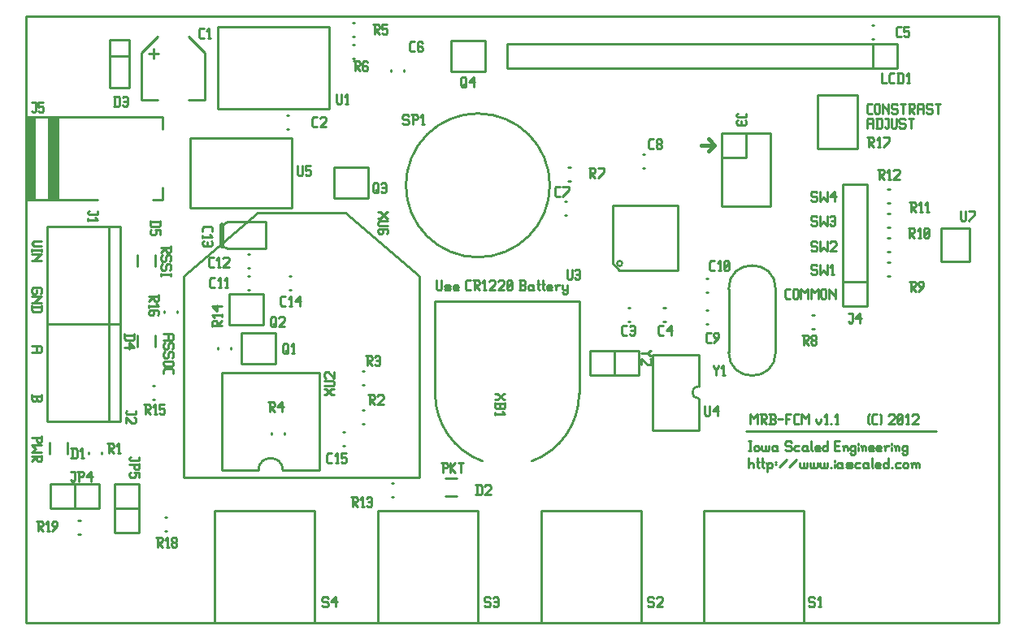
<source format=gbr>
G04 start of page 8 for group -4079 idx -4079 *
G04 Title: (unknown), topsilk *
G04 Creator: pcb 20110918 *
G04 CreationDate: Tue 05 Feb 2013 03:14:35 AM GMT UTC *
G04 For: railfan *
G04 Format: Gerber/RS-274X *
G04 PCB-Dimensions: 400000 250000 *
G04 PCB-Coordinate-Origin: lower left *
%MOIN*%
%FSLAX25Y25*%
%LNTOPSILK*%
%ADD124C,0.0200*%
%ADD123C,0.0150*%
%ADD122C,0.0100*%
G54D122*X399500Y500D02*Y249500D01*
X500D01*
X296000Y79000D02*X374000D01*
G54D123*X277500Y196500D02*X283000D01*
X280500Y199000D01*
X283000Y196500D02*X280500Y194000D01*
G54D122*X500Y500D02*X399500D01*
X500Y249500D02*Y500D01*
X297000Y75000D02*X298000D01*
X297500D02*Y71000D01*
X297000D02*X298000D01*
X299200Y72500D02*Y71500D01*
Y72500D02*X299700Y73000D01*
X300700D01*
X301200Y72500D01*
Y71500D01*
X300700Y71000D02*X301200Y71500D01*
X299700Y71000D02*X300700D01*
X299200Y71500D02*X299700Y71000D01*
X302400Y73000D02*Y71500D01*
X302900Y71000D01*
X303400D01*
X303900Y71500D01*
Y73000D02*Y71500D01*
X304400Y71000D01*
X304900D01*
X305400Y71500D01*
Y73000D02*Y71500D01*
X308100Y73000D02*X308600Y72500D01*
X307100Y73000D02*X308100D01*
X306600Y72500D02*X307100Y73000D01*
X306600Y72500D02*Y71500D01*
X307100Y71000D01*
X308600Y73000D02*Y71500D01*
X309100Y71000D01*
X307100D02*X308100D01*
X308600Y71500D01*
X314100Y75000D02*X314600Y74500D01*
X312600Y75000D02*X314100D01*
X312100Y74500D02*X312600Y75000D01*
X312100Y74500D02*Y73500D01*
X312600Y73000D01*
X314100D01*
X314600Y72500D01*
Y71500D01*
X314100Y71000D02*X314600Y71500D01*
X312600Y71000D02*X314100D01*
X312100Y71500D02*X312600Y71000D01*
X316300Y73000D02*X317800D01*
X315800Y72500D02*X316300Y73000D01*
X315800Y72500D02*Y71500D01*
X316300Y71000D01*
X317800D01*
X320500Y73000D02*X321000Y72500D01*
X319500Y73000D02*X320500D01*
X319000Y72500D02*X319500Y73000D01*
X319000Y72500D02*Y71500D01*
X319500Y71000D01*
X321000Y73000D02*Y71500D01*
X321500Y71000D01*
X319500D02*X320500D01*
X321000Y71500D01*
X322700Y75000D02*Y71500D01*
X323200Y71000D01*
X324700D02*X326200D01*
X324200Y71500D02*X324700Y71000D01*
X324200Y72500D02*Y71500D01*
Y72500D02*X324700Y73000D01*
X325700D01*
X326200Y72500D01*
X324200Y72000D02*X326200D01*
Y72500D02*Y72000D01*
X329400Y75000D02*Y71000D01*
X328900D02*X329400Y71500D01*
X327900Y71000D02*X328900D01*
X327400Y71500D02*X327900Y71000D01*
X327400Y72500D02*Y71500D01*
Y72500D02*X327900Y73000D01*
X328900D01*
X329400Y72500D01*
X332400Y73000D02*X333900D01*
X332400Y71000D02*X334400D01*
X332400Y75000D02*Y71000D01*
Y75000D02*X334400D01*
X336100Y72500D02*Y71000D01*
Y72500D02*X336600Y73000D01*
X337100D01*
X337600Y72500D01*
Y71000D01*
X335600Y73000D02*X336100Y72500D01*
X340300Y73000D02*X340800Y72500D01*
X339300Y73000D02*X340300D01*
X338800Y72500D02*X339300Y73000D01*
X338800Y72500D02*Y71500D01*
X339300Y71000D01*
X340300D01*
X340800Y71500D01*
X338800Y70000D02*X339300Y69500D01*
X340300D01*
X340800Y70000D01*
Y73000D02*Y70000D01*
X342000Y74000D02*Y73500D01*
Y72500D02*Y71000D01*
X343500Y72500D02*Y71000D01*
Y72500D02*X344000Y73000D01*
X344500D01*
X345000Y72500D01*
Y71000D01*
X343000Y73000D02*X343500Y72500D01*
X346700Y71000D02*X348200D01*
X346200Y71500D02*X346700Y71000D01*
X346200Y72500D02*Y71500D01*
Y72500D02*X346700Y73000D01*
X347700D01*
X348200Y72500D01*
X346200Y72000D02*X348200D01*
Y72500D02*Y72000D01*
X349900Y71000D02*X351400D01*
X349400Y71500D02*X349900Y71000D01*
X349400Y72500D02*Y71500D01*
Y72500D02*X349900Y73000D01*
X350900D01*
X351400Y72500D01*
X349400Y72000D02*X351400D01*
Y72500D02*Y72000D01*
X353100Y72500D02*Y71000D01*
Y72500D02*X353600Y73000D01*
X354600D01*
X352600D02*X353100Y72500D01*
X355800Y74000D02*Y73500D01*
Y72500D02*Y71000D01*
X357300Y72500D02*Y71000D01*
Y72500D02*X357800Y73000D01*
X358300D01*
X358800Y72500D01*
Y71000D01*
X356800Y73000D02*X357300Y72500D01*
X361500Y73000D02*X362000Y72500D01*
X360500Y73000D02*X361500D01*
X360000Y72500D02*X360500Y73000D01*
X360000Y72500D02*Y71500D01*
X360500Y71000D01*
X361500D01*
X362000Y71500D01*
X360000Y70000D02*X360500Y69500D01*
X361500D01*
X362000Y70000D01*
Y73000D02*Y70000D01*
X346000Y82500D02*X346500Y82000D01*
X346000Y85500D02*X346500Y86000D01*
X346000Y85500D02*Y82500D01*
X348200Y82000D02*X349700D01*
X347700Y82500D02*X348200Y82000D01*
X347700Y85500D02*Y82500D01*
Y85500D02*X348200Y86000D01*
X349700D01*
X350900D02*X351400Y85500D01*
Y82500D01*
X350900Y82000D02*X351400Y82500D01*
X354400Y85500D02*X354900Y86000D01*
X356400D01*
X356900Y85500D01*
Y84500D01*
X354400Y82000D02*X356900Y84500D01*
X354400Y82000D02*X356900D01*
X358100Y82500D02*X358600Y82000D01*
X358100Y85500D02*Y82500D01*
Y85500D02*X358600Y86000D01*
X359600D01*
X360100Y85500D01*
Y82500D01*
X359600Y82000D02*X360100Y82500D01*
X358600Y82000D02*X359600D01*
X358100Y83000D02*X360100Y85000D01*
X361800Y82000D02*X362800D01*
X362300Y86000D02*Y82000D01*
X361300Y85000D02*X362300Y86000D01*
X364000Y85500D02*X364500Y86000D01*
X366000D01*
X366500Y85500D01*
Y84500D01*
X364000Y82000D02*X366500Y84500D01*
X364000Y82000D02*X366500D01*
X297000Y68000D02*Y64000D01*
Y65500D02*X297500Y66000D01*
X298500D01*
X299000Y65500D01*
Y64000D01*
X300700Y68000D02*Y64500D01*
X301200Y64000D01*
X300200Y66500D02*X301200D01*
X302700Y68000D02*Y64500D01*
X303200Y64000D01*
X302200Y66500D02*X303200D01*
X304700Y65500D02*Y62500D01*
X304200Y66000D02*X304700Y65500D01*
X305200Y66000D01*
X306200D01*
X306700Y65500D01*
Y64500D01*
X306200Y64000D02*X306700Y64500D01*
X305200Y64000D02*X306200D01*
X304700Y64500D02*X305200Y64000D01*
X307900Y66500D02*X308400D01*
X307900Y65500D02*X308400D01*
X309600Y64500D02*X312600Y67500D01*
X313800Y64500D02*X316800Y67500D01*
X318000Y66000D02*Y64500D01*
X318500Y64000D01*
X319000D01*
X319500Y64500D01*
Y66000D02*Y64500D01*
X320000Y64000D01*
X320500D01*
X321000Y64500D01*
Y66000D02*Y64500D01*
X322200Y66000D02*Y64500D01*
X322700Y64000D01*
X323200D01*
X323700Y64500D01*
Y66000D02*Y64500D01*
X324200Y64000D01*
X324700D01*
X325200Y64500D01*
Y66000D02*Y64500D01*
X326400Y66000D02*Y64500D01*
X326900Y64000D01*
X327400D01*
X327900Y64500D01*
Y66000D02*Y64500D01*
X328400Y64000D01*
X328900D01*
X329400Y64500D01*
Y66000D02*Y64500D01*
X330600Y64000D02*X331100D01*
X332300Y67000D02*Y66500D01*
Y65500D02*Y64000D01*
X334800Y66000D02*X335300Y65500D01*
X333800Y66000D02*X334800D01*
X333300Y65500D02*X333800Y66000D01*
X333300Y65500D02*Y64500D01*
X333800Y64000D01*
X335300Y66000D02*Y64500D01*
X335800Y64000D01*
X333800D02*X334800D01*
X335300Y64500D01*
X337500Y64000D02*X339000D01*
X339500Y64500D01*
X339000Y65000D02*X339500Y64500D01*
X337500Y65000D02*X339000D01*
X337000Y65500D02*X337500Y65000D01*
X337000Y65500D02*X337500Y66000D01*
X339000D01*
X339500Y65500D01*
X337000Y64500D02*X337500Y64000D01*
X341200Y66000D02*X342700D01*
X340700Y65500D02*X341200Y66000D01*
X340700Y65500D02*Y64500D01*
X341200Y64000D01*
X342700D01*
X345400Y66000D02*X345900Y65500D01*
X344400Y66000D02*X345400D01*
X343900Y65500D02*X344400Y66000D01*
X343900Y65500D02*Y64500D01*
X344400Y64000D01*
X345900Y66000D02*Y64500D01*
X346400Y64000D01*
X344400D02*X345400D01*
X345900Y64500D01*
X347600Y68000D02*Y64500D01*
X348100Y64000D01*
X349600D02*X351100D01*
X349100Y64500D02*X349600Y64000D01*
X349100Y65500D02*Y64500D01*
Y65500D02*X349600Y66000D01*
X350600D01*
X351100Y65500D01*
X349100Y65000D02*X351100D01*
Y65500D02*Y65000D01*
X354300Y68000D02*Y64000D01*
X353800D02*X354300Y64500D01*
X352800Y64000D02*X353800D01*
X352300Y64500D02*X352800Y64000D01*
X352300Y65500D02*Y64500D01*
Y65500D02*X352800Y66000D01*
X353800D01*
X354300Y65500D01*
X355500Y64000D02*X356000D01*
X357700Y66000D02*X359200D01*
X357200Y65500D02*X357700Y66000D01*
X357200Y65500D02*Y64500D01*
X357700Y64000D01*
X359200D01*
X360400Y65500D02*Y64500D01*
Y65500D02*X360900Y66000D01*
X361900D01*
X362400Y65500D01*
Y64500D01*
X361900Y64000D02*X362400Y64500D01*
X360900Y64000D02*X361900D01*
X360400Y64500D02*X360900Y64000D01*
X364100Y65500D02*Y64000D01*
Y65500D02*X364600Y66000D01*
X365100D01*
X365600Y65500D01*
Y64000D01*
Y65500D02*X366100Y66000D01*
X366600D01*
X367100Y65500D01*
Y64000D01*
X363600Y66000D02*X364100Y65500D01*
X297500Y86000D02*Y82000D01*
Y86000D02*X299000Y84500D01*
X300500Y86000D01*
Y82000D01*
X301700Y86000D02*X303700D01*
X304200Y85500D01*
Y84500D01*
X303700Y84000D02*X304200Y84500D01*
X302200Y84000D02*X303700D01*
X302200Y86000D02*Y82000D01*
Y84000D02*X304200Y82000D01*
X305400D02*X307400D01*
X307900Y82500D01*
Y83500D02*Y82500D01*
X307400Y84000D02*X307900Y83500D01*
X305900Y84000D02*X307400D01*
X305900Y86000D02*Y82000D01*
X305400Y86000D02*X307400D01*
X307900Y85500D01*
Y84500D01*
X307400Y84000D02*X307900Y84500D01*
X309100Y84000D02*X311100D01*
X312300Y86000D02*Y82000D01*
Y86000D02*X314300D01*
X312300Y84000D02*X313800D01*
X316000Y82000D02*X317500D01*
X315500Y82500D02*X316000Y82000D01*
X315500Y85500D02*Y82500D01*
Y85500D02*X316000Y86000D01*
X317500D01*
X318700D02*Y82000D01*
Y86000D02*X320200Y84500D01*
X321700Y86000D01*
Y82000D01*
X324700Y84000D02*Y83000D01*
X325700Y82000D01*
X326700Y83000D01*
Y84000D02*Y83000D01*
X328400Y82000D02*X329400D01*
X328900Y86000D02*Y82000D01*
X327900Y85000D02*X328900Y86000D01*
X330600Y82000D02*X331100D01*
X332800D02*X333800D01*
X333300Y86000D02*Y82000D01*
X332300Y85000D02*X333300Y86000D01*
X3000Y76500D02*X7000D01*
Y77000D02*Y75000D01*
X6500Y74500D01*
X5500D02*X6500D01*
X5000Y75000D02*X5500Y74500D01*
X5000Y76500D02*Y75000D01*
X3000Y73300D02*X7000D01*
X3000D02*X4500Y71800D01*
X3000Y70300D01*
X7000D01*
Y69100D02*Y67100D01*
X6500Y66600D01*
X5500D02*X6500D01*
X5000Y67100D02*X5500Y66600D01*
X5000Y68600D02*Y67100D01*
X3000Y68600D02*X7000D01*
X5000D02*X3000Y66600D01*
X4000Y157000D02*X7000D01*
X4000D02*X3000Y156000D01*
X4000Y155000D01*
X7000D01*
Y153800D02*Y152800D01*
X3000Y153300D02*X7000D01*
X3000Y153800D02*Y152800D01*
Y151600D02*X7000D01*
X6500D02*X7000D01*
X6500D02*X4000Y149100D01*
X3000D02*X7000D01*
Y136000D02*X6500Y135500D01*
X7000Y137500D02*Y136000D01*
X6500Y138000D02*X7000Y137500D01*
X3500Y138000D02*X6500D01*
X3500D02*X3000Y137500D01*
Y136000D01*
X3500Y135500D01*
X4500D01*
X5000Y136000D02*X4500Y135500D01*
X5000Y137000D02*Y136000D01*
X3000Y134300D02*X7000D01*
X6500D02*X7000D01*
X6500D02*X4000Y131800D01*
X3000D02*X7000D01*
X3000Y130100D02*X7000D01*
Y128600D02*X6500Y128100D01*
X3500D02*X6500D01*
X3000Y128600D02*X3500Y128100D01*
X3000Y130600D02*Y128600D01*
X7000Y130600D02*Y128600D01*
X3000Y114000D02*X6500D01*
X7000Y113500D01*
Y112000D01*
X6500Y111500D01*
X3000D02*X6500D01*
X5000Y114000D02*Y111500D01*
X3000Y94000D02*Y92000D01*
X3500Y91500D01*
X4500D01*
X5000Y92000D02*X4500Y91500D01*
X5000Y93500D02*Y92000D01*
X3000Y93500D02*X7000D01*
Y94000D02*Y92000D01*
X6500Y91500D01*
X5500D02*X6500D01*
X5000Y92000D02*X5500Y91500D01*
X60000Y155000D02*Y153000D01*
X59500Y152500D01*
X58500D02*X59500D01*
X58000Y153000D02*X58500Y152500D01*
X58000Y154500D02*Y153000D01*
X56000Y154500D02*X60000D01*
X58000D02*X56000Y152500D01*
X60000Y149300D02*X59500Y148800D01*
X60000Y150800D02*Y149300D01*
X59500Y151300D02*X60000Y150800D01*
X58500Y151300D02*X59500D01*
X58500D02*X58000Y150800D01*
Y149300D01*
X57500Y148800D01*
X56500D02*X57500D01*
X56000Y149300D02*X56500Y148800D01*
X56000Y150800D02*Y149300D01*
X56500Y151300D02*X56000Y150800D01*
X60000Y145600D02*X59500Y145100D01*
X60000Y147100D02*Y145600D01*
X59500Y147600D02*X60000Y147100D01*
X58500Y147600D02*X59500D01*
X58500D02*X58000Y147100D01*
Y145600D01*
X57500Y145100D01*
X56500D02*X57500D01*
X56000Y145600D02*X56500Y145100D01*
X56000Y147100D02*Y145600D01*
X56500Y147600D02*X56000Y147100D01*
X60000Y143900D02*Y142900D01*
X56000Y143400D02*X60000D01*
X56000Y143900D02*Y142900D01*
X169000Y141000D02*Y137500D01*
X169500Y137000D01*
X170500D01*
X171000Y137500D01*
Y141000D02*Y137500D01*
X172700Y137000D02*X174200D01*
X174700Y137500D01*
X174200Y138000D02*X174700Y137500D01*
X172700Y138000D02*X174200D01*
X172200Y138500D02*X172700Y138000D01*
X172200Y138500D02*X172700Y139000D01*
X174200D01*
X174700Y138500D01*
X172200Y137500D02*X172700Y137000D01*
X176400D02*X177900D01*
X175900Y137500D02*X176400Y137000D01*
X175900Y138500D02*Y137500D01*
Y138500D02*X176400Y139000D01*
X177400D01*
X177900Y138500D01*
X175900Y138000D02*X177900D01*
Y138500D02*Y138000D01*
X181400Y137000D02*X182900D01*
X180900Y137500D02*X181400Y137000D01*
X180900Y140500D02*Y137500D01*
Y140500D02*X181400Y141000D01*
X182900D01*
X184100D02*X186100D01*
X186600Y140500D01*
Y139500D01*
X186100Y139000D02*X186600Y139500D01*
X184600Y139000D02*X186100D01*
X184600Y141000D02*Y137000D01*
Y139000D02*X186600Y137000D01*
X188300D02*X189300D01*
X188800Y141000D02*Y137000D01*
X187800Y140000D02*X188800Y141000D01*
X190500Y140500D02*X191000Y141000D01*
X192500D01*
X193000Y140500D01*
Y139500D01*
X190500Y137000D02*X193000Y139500D01*
X190500Y137000D02*X193000D01*
X194200Y140500D02*X194700Y141000D01*
X196200D01*
X196700Y140500D01*
Y139500D01*
X194200Y137000D02*X196700Y139500D01*
X194200Y137000D02*X196700D01*
X197900Y137500D02*X198400Y137000D01*
X197900Y140500D02*Y137500D01*
Y140500D02*X198400Y141000D01*
X199400D01*
X199900Y140500D01*
Y137500D01*
X199400Y137000D02*X199900Y137500D01*
X198400Y137000D02*X199400D01*
X197900Y138000D02*X199900Y140000D01*
X202900Y137000D02*X204900D01*
X205400Y137500D01*
Y138500D02*Y137500D01*
X204900Y139000D02*X205400Y138500D01*
X203400Y139000D02*X204900D01*
X203400Y141000D02*Y137000D01*
X202900Y141000D02*X204900D01*
X205400Y140500D01*
Y139500D01*
X204900Y139000D02*X205400Y139500D01*
X208100Y139000D02*X208600Y138500D01*
X207100Y139000D02*X208100D01*
X206600Y138500D02*X207100Y139000D01*
X206600Y138500D02*Y137500D01*
X207100Y137000D01*
X208600Y139000D02*Y137500D01*
X209100Y137000D01*
X207100D02*X208100D01*
X208600Y137500D01*
X210800Y141000D02*Y137500D01*
X211300Y137000D01*
X210300Y139500D02*X211300D01*
X212800Y141000D02*Y137500D01*
X213300Y137000D01*
X212300Y139500D02*X213300D01*
X214800Y137000D02*X216300D01*
X214300Y137500D02*X214800Y137000D01*
X214300Y138500D02*Y137500D01*
Y138500D02*X214800Y139000D01*
X215800D01*
X216300Y138500D01*
X214300Y138000D02*X216300D01*
Y138500D02*Y138000D01*
X218000Y138500D02*Y137000D01*
Y138500D02*X218500Y139000D01*
X219500D01*
X217500D02*X218000Y138500D01*
X220700Y139000D02*Y137500D01*
X221200Y137000D01*
X222700Y139000D02*Y136000D01*
X222200Y135500D02*X222700Y136000D01*
X221200Y135500D02*X222200D01*
X220700Y136000D02*X221200Y135500D01*
Y137000D02*X222200D01*
X222700Y137500D01*
X324500Y147500D02*X325000Y147000D01*
X323000Y147500D02*X324500D01*
X322500Y147000D02*X323000Y147500D01*
X322500Y147000D02*Y146000D01*
X323000Y145500D01*
X324500D01*
X325000Y145000D01*
Y144000D01*
X324500Y143500D02*X325000Y144000D01*
X323000Y143500D02*X324500D01*
X322500Y144000D02*X323000Y143500D01*
X326200Y147500D02*Y143500D01*
X327700Y145000D01*
X329200Y143500D01*
Y147500D02*Y143500D01*
X330900D02*X331900D01*
X331400Y147500D02*Y143500D01*
X330400Y146500D02*X331400Y147500D01*
X312500Y133500D02*X314000D01*
X312000Y134000D02*X312500Y133500D01*
X312000Y137000D02*Y134000D01*
Y137000D02*X312500Y137500D01*
X314000D01*
X315200Y137000D02*Y134000D01*
Y137000D02*X315700Y137500D01*
X316700D01*
X317200Y137000D01*
Y134000D01*
X316700Y133500D02*X317200Y134000D01*
X315700Y133500D02*X316700D01*
X315200Y134000D02*X315700Y133500D01*
X318400Y137500D02*Y133500D01*
Y137500D02*X319900Y136000D01*
X321400Y137500D01*
Y133500D01*
X322600Y137500D02*Y133500D01*
Y137500D02*X324100Y136000D01*
X325600Y137500D01*
Y133500D01*
X326800Y137000D02*Y134000D01*
Y137000D02*X327300Y137500D01*
X328300D01*
X328800Y137000D01*
Y134000D01*
X328300Y133500D02*X328800Y134000D01*
X327300Y133500D02*X328300D01*
X326800Y134000D02*X327300Y133500D01*
X330000Y137500D02*Y133500D01*
Y137500D02*Y137000D01*
X332500Y134500D01*
Y137500D02*Y133500D01*
X57000Y119000D02*X60500D01*
X61000Y118500D01*
Y117000D01*
X60500Y116500D01*
X57000D02*X60500D01*
X59000Y119000D02*Y116500D01*
X61000Y113300D02*X60500Y112800D01*
X61000Y114800D02*Y113300D01*
X60500Y115300D02*X61000Y114800D01*
X59500Y115300D02*X60500D01*
X59500D02*X59000Y114800D01*
Y113300D01*
X58500Y112800D01*
X57500D02*X58500D01*
X57000Y113300D02*X57500Y112800D01*
X57000Y114800D02*Y113300D01*
X57500Y115300D02*X57000Y114800D01*
X61000Y109600D02*X60500Y109100D01*
X61000Y111100D02*Y109600D01*
X60500Y111600D02*X61000Y111100D01*
X59500Y111600D02*X60500D01*
X59500D02*X59000Y111100D01*
Y109600D01*
X58500Y109100D01*
X57500D02*X58500D01*
X57000Y109600D02*X57500Y109100D01*
X57000Y111100D02*Y109600D01*
X57500Y111600D02*X57000Y111100D01*
X57500Y107900D02*X60500D01*
X61000Y107400D01*
Y106400D01*
X60500Y105900D01*
X57500D02*X60500D01*
X57000Y106400D02*X57500Y105900D01*
X57000Y107400D02*Y106400D01*
X57500Y107900D02*X57000Y107400D01*
Y104200D02*Y102700D01*
X57500Y104700D02*X57000Y104200D01*
X57500Y104700D02*X60500D01*
X61000Y104200D01*
Y102700D01*
X171500Y66000D02*Y62000D01*
X171000Y66000D02*X173000D01*
X173500Y65500D01*
Y64500D01*
X173000Y64000D02*X173500Y64500D01*
X171500Y64000D02*X173000D01*
X174700Y66000D02*Y62000D01*
Y64000D02*X176700Y66000D01*
X174700Y64000D02*X176700Y62000D01*
X177900Y66000D02*X179900D01*
X178900D02*Y62000D01*
X345500Y207000D02*Y203500D01*
Y207000D02*X346000Y207500D01*
X347500D01*
X348000Y207000D01*
Y203500D01*
X345500Y205500D02*X348000D01*
X349700Y207500D02*Y203500D01*
X351200Y207500D02*X351700Y207000D01*
Y204000D01*
X351200Y203500D02*X351700Y204000D01*
X349200Y203500D02*X351200D01*
X349200Y207500D02*X351200D01*
X352900D02*X354400D01*
Y204000D01*
X353900Y203500D02*X354400Y204000D01*
X353400Y203500D02*X353900D01*
X352900Y204000D02*X353400Y203500D01*
X355600Y207500D02*Y204000D01*
X356100Y203500D01*
X357100D01*
X357600Y204000D01*
Y207500D02*Y204000D01*
X360800Y207500D02*X361300Y207000D01*
X359300Y207500D02*X360800D01*
X358800Y207000D02*X359300Y207500D01*
X358800Y207000D02*Y206000D01*
X359300Y205500D01*
X360800D01*
X361300Y205000D01*
Y204000D01*
X360800Y203500D02*X361300Y204000D01*
X359300Y203500D02*X360800D01*
X358800Y204000D02*X359300Y203500D01*
X362500Y207500D02*X364500D01*
X363500D02*Y203500D01*
X346000Y209500D02*X347500D01*
X345500Y210000D02*X346000Y209500D01*
X345500Y213000D02*Y210000D01*
Y213000D02*X346000Y213500D01*
X347500D01*
X348700Y213000D02*Y210000D01*
Y213000D02*X349200Y213500D01*
X350200D01*
X350700Y213000D01*
Y210000D01*
X350200Y209500D02*X350700Y210000D01*
X349200Y209500D02*X350200D01*
X348700Y210000D02*X349200Y209500D01*
X351900Y213500D02*Y209500D01*
Y213500D02*Y213000D01*
X354400Y210500D01*
Y213500D02*Y209500D01*
X357600Y213500D02*X358100Y213000D01*
X356100Y213500D02*X357600D01*
X355600Y213000D02*X356100Y213500D01*
X355600Y213000D02*Y212000D01*
X356100Y211500D01*
X357600D01*
X358100Y211000D01*
Y210000D01*
X357600Y209500D02*X358100Y210000D01*
X356100Y209500D02*X357600D01*
X355600Y210000D02*X356100Y209500D01*
X359300Y213500D02*X361300D01*
X360300D02*Y209500D01*
X362500Y213500D02*X364500D01*
X365000Y213000D01*
Y212000D01*
X364500Y211500D02*X365000Y212000D01*
X363000Y211500D02*X364500D01*
X363000Y213500D02*Y209500D01*
Y211500D02*X365000Y209500D01*
X366200Y213000D02*Y209500D01*
Y213000D02*X366700Y213500D01*
X368200D01*
X368700Y213000D01*
Y209500D01*
X366200Y211500D02*X368700D01*
X371900Y213500D02*X372400Y213000D01*
X370400Y213500D02*X371900D01*
X369900Y213000D02*X370400Y213500D01*
X369900Y213000D02*Y212000D01*
X370400Y211500D01*
X371900D01*
X372400Y211000D01*
Y210000D01*
X371900Y209500D02*X372400Y210000D01*
X370400Y209500D02*X371900D01*
X369900Y210000D02*X370400Y209500D01*
X373600Y213500D02*X375600D01*
X374600D02*Y209500D01*
X324500Y167500D02*X325000Y167000D01*
X323000Y167500D02*X324500D01*
X322500Y167000D02*X323000Y167500D01*
X322500Y167000D02*Y166000D01*
X323000Y165500D01*
X324500D01*
X325000Y165000D01*
Y164000D01*
X324500Y163500D02*X325000Y164000D01*
X323000Y163500D02*X324500D01*
X322500Y164000D02*X323000Y163500D01*
X326200Y167500D02*Y163500D01*
X327700Y165000D01*
X329200Y163500D01*
Y167500D02*Y163500D01*
X330400Y167000D02*X330900Y167500D01*
X331900D01*
X332400Y167000D01*
Y164000D01*
X331900Y163500D02*X332400Y164000D01*
X330900Y163500D02*X331900D01*
X330400Y164000D02*X330900Y163500D01*
Y165500D02*X332400D01*
X324500Y177500D02*X325000Y177000D01*
X323000Y177500D02*X324500D01*
X322500Y177000D02*X323000Y177500D01*
X322500Y177000D02*Y176000D01*
X323000Y175500D01*
X324500D01*
X325000Y175000D01*
Y174000D01*
X324500Y173500D02*X325000Y174000D01*
X323000Y173500D02*X324500D01*
X322500Y174000D02*X323000Y173500D01*
X326200Y177500D02*Y173500D01*
X327700Y175000D01*
X329200Y173500D01*
Y177500D02*Y173500D01*
X330400Y175500D02*X332400Y177500D01*
X330400Y175500D02*X332900D01*
X332400Y177500D02*Y173500D01*
X324500Y157000D02*X325000Y156500D01*
X323000Y157000D02*X324500D01*
X322500Y156500D02*X323000Y157000D01*
X322500Y156500D02*Y155500D01*
X323000Y155000D01*
X324500D01*
X325000Y154500D01*
Y153500D01*
X324500Y153000D02*X325000Y153500D01*
X323000Y153000D02*X324500D01*
X322500Y153500D02*X323000Y153000D01*
X326200Y157000D02*Y153000D01*
X327700Y154500D01*
X329200Y153000D01*
Y157000D02*Y153000D01*
X330400Y156500D02*X330900Y157000D01*
X332400D01*
X332900Y156500D01*
Y155500D01*
X330400Y153000D02*X332900Y155500D01*
X330400Y153000D02*X332900D01*
X107607Y203245D02*X108393D01*
X107607Y208755D02*X108393D01*
X68100Y170800D02*X109500D01*
Y199300D02*Y170800D01*
X68100Y199300D02*X109500D01*
X68100D02*Y170800D01*
X35000Y239800D02*Y220100D01*
X43000Y239800D02*Y220100D01*
X35000Y239800D02*X43000D01*
X35000Y220100D02*X43000D01*
X35000Y233000D02*X43000D01*
X30000Y174000D02*X500D01*
Y208000D01*
X56500D01*
Y203000D01*
X52500Y174000D02*X56500D01*
Y179000D01*
X500Y174000D02*Y208000D01*
X1000Y174000D02*Y208000D01*
X1500Y174000D02*Y208000D01*
X2000Y174000D02*Y208000D01*
X2500Y174000D02*Y208000D01*
X3000Y174000D02*Y208000D01*
X3500Y174000D02*Y208000D01*
X4000Y174000D02*Y208000D01*
X13500Y174000D02*Y208000D01*
X13000Y174000D02*Y208000D01*
X12500Y174000D02*Y208000D01*
X12000Y174000D02*Y208000D01*
X11500Y174000D02*Y208000D01*
X11000Y174000D02*Y208000D01*
X10500Y174000D02*Y208000D01*
X10000Y174000D02*Y208000D01*
X48008Y215008D02*X54504D01*
X67496D02*X73992D01*
Y234496D02*Y215008D01*
X48008Y234496D02*Y215008D01*
X73992Y234496D02*X67496Y240992D01*
X48008Y234496D02*X54504Y240992D01*
X51000Y234000D02*X55000D01*
X53000Y236000D02*Y232000D01*
X134607Y237755D02*X135393D01*
X134607Y232245D02*X135393D01*
X79465Y211526D02*X125135D01*
X79465Y244990D02*X125135D01*
X79465D02*Y211526D01*
X125135Y244990D02*Y211526D01*
X127100Y187500D02*X141000D01*
X127100D02*Y174700D01*
X141000D01*
Y187500D02*Y174700D01*
X134607Y241245D02*X135393D01*
X134607Y246755D02*X135393D01*
X198000Y238000D02*X358000D01*
X198000D02*Y228000D01*
X358000D01*
Y238000D02*Y228000D01*
X348000Y238000D02*Y228000D01*
X358000D01*
X347607Y245755D02*X348393D01*
X347607Y240245D02*X348393D01*
X221607Y167745D02*X222393D01*
X221607Y173255D02*X222393D01*
X223107Y187255D02*X223893D01*
X223107Y181745D02*X223893D01*
X253607Y187245D02*X254393D01*
X253607Y192755D02*X254393D01*
X175100Y239500D02*X189000D01*
X175100D02*Y226700D01*
X189000D01*
Y239500D02*Y226700D01*
X186000Y150500D02*G75*G03X215500Y180000I0J29500D01*G01*
X156500D02*G75*G03X186000Y150500I29500J0D01*G01*
Y209500D02*G75*G03X156500Y180000I0J-29500D01*G01*
X215500D02*G75*G03X186000Y209500I-29500J0D01*G01*
X150245Y227393D02*Y226607D01*
X155755Y227393D02*Y226607D01*
X286000Y201500D02*Y171500D01*
X306000D01*
Y201500D01*
X286000D01*
Y191500D02*X296000D01*
Y201500D01*
X341600Y195000D02*X325400D01*
X341600Y217000D02*X325400D01*
X341600Y195000D02*Y217000D01*
X325400Y195000D02*Y217000D01*
X376000Y162500D02*Y148600D01*
X387800D01*
Y162500D01*
X376000D01*
X91607Y142755D02*X92393D01*
X91607Y137245D02*X92393D01*
X53740Y151362D02*Y146638D01*
X46260Y151362D02*Y146638D01*
X53740Y118362D02*Y113638D01*
X46260Y118362D02*Y113638D01*
X91607Y151755D02*X92393D01*
X91607Y146245D02*X92393D01*
X84100Y135500D02*X98000D01*
X84100D02*Y122700D01*
X98000D01*
Y135500D02*Y122700D01*
X62755Y128393D02*Y127607D01*
X57245Y128393D02*Y127607D01*
X10260Y74362D02*Y69638D01*
X17740Y74362D02*Y69638D01*
X31755Y70393D02*Y69607D01*
X26245Y70393D02*Y69607D01*
X10500Y47500D02*X30500D01*
Y57500D02*Y47500D01*
X10500Y57500D02*X30500D01*
X10500D02*Y47500D01*
X20500Y57500D02*Y47500D01*
X10500Y57500D02*X20500D01*
X37000D02*Y37500D01*
X47000D01*
Y57500D01*
X37000D01*
Y47500D02*X47000D01*
Y57500D01*
X22107Y36745D02*X22893D01*
X22107Y42255D02*X22893D01*
X9200Y123000D02*Y83000D01*
X39200Y123000D02*Y83000D01*
X34800Y123000D02*Y83000D01*
X9200Y123000D02*X39200D01*
X9200Y83000D02*X39200D01*
X9200Y163000D02*Y123000D01*
X39200Y163000D02*Y123000D01*
X34800Y163000D02*Y123000D01*
X9200Y163000D02*X39200D01*
X9200Y123000D02*X39200D01*
X52607Y92245D02*X53393D01*
X52607Y97755D02*X53393D01*
X84755Y113393D02*Y112607D01*
X79245Y113393D02*Y112607D01*
X212100Y46500D02*X253000D01*
X212100D02*Y500D01*
X253000Y46500D02*Y500D01*
X212100D02*X253000D01*
X278600Y46500D02*X319500D01*
X278600D02*Y500D01*
X319500Y46500D02*Y500D01*
X278600D02*X319500D01*
X172638Y59740D02*X177362D01*
X172638Y52260D02*X177362D01*
X150607Y52245D02*X151393D01*
X150607Y57755D02*X151393D01*
X168472Y94500D02*Y132500D01*
X227528Y94500D02*Y132500D01*
X168472D02*X227528D01*
X168472Y94500D02*G75*G03X187901Y66753I29528J0D01*G01*
X208099Y66753D02*G75*G03X227528Y94500I-10099J27747D01*G01*
X138607Y82245D02*X139393D01*
X138607Y87755D02*X139393D01*
X138607Y103755D02*X139393D01*
X138607Y98245D02*X139393D01*
X279607Y136245D02*X280393D01*
X279607Y141755D02*X280393D01*
X241221Y171779D02*Y147921D01*
Y171779D02*X267979D01*
Y145021D01*
X244121D02*X267979D01*
X244121D02*X241221Y147921D01*
X244121Y146921D02*G75*G03X244121Y146921I0J1000D01*G01*
X308146Y137492D02*Y111508D01*
X288854Y137492D02*Y111508D01*
G75*G03X308146Y111508I9646J0D01*G01*
Y137492D02*G75*G03X288854Y137492I-9646J0D01*G01*
X323107Y121245D02*X323893D01*
X323107Y126755D02*X323893D01*
X354107Y178255D02*X354893D01*
X354107Y172745D02*X354893D01*
X354107Y168255D02*X354893D01*
X354107Y162745D02*X354893D01*
X354107Y158255D02*X354893D01*
X354107Y152745D02*X354893D01*
X354107Y148255D02*X354893D01*
X354107Y142745D02*X354893D01*
X345500Y180500D02*Y130500D01*
X335500Y180500D02*X345500D01*
X335500D02*Y130500D01*
X345500D01*
X335500Y140500D02*X345500D01*
X335500D02*Y130500D01*
X279607Y123245D02*X280393D01*
X279607Y128755D02*X280393D01*
X247607Y124245D02*X248393D01*
X247607Y129755D02*X248393D01*
X262107Y124245D02*X262893D01*
X262107Y129755D02*X262893D01*
X257500Y110500D02*X276500D01*
X257500D02*Y79500D01*
X276500D01*
Y110500D02*Y97500D01*
Y92500D02*Y79500D01*
Y97500D02*G75*G03X276500Y92500I0J-2500D01*G01*
X232000Y112000D02*Y102000D01*
X252000D01*
Y112000D01*
X232000D01*
Y102000D02*X242000D01*
Y112000D01*
X65393Y142909D02*Y59917D01*
X162007Y142909D02*Y59917D01*
X65393D02*X162007D01*
X65393Y142909D02*X95590Y168618D01*
X162007Y142909D02*X131810Y168618D01*
X95590D02*X131810D01*
X89100Y119500D02*X103000D01*
X89100D02*Y106700D01*
X103000D01*
Y119500D02*Y106700D01*
X121000Y103000D02*Y63000D01*
X81000Y103000D02*X121000D01*
X81000D02*Y63000D01*
X106000D02*X121000D01*
X81000D02*X96000D01*
X106000D02*G75*G03X96000Y63000I-5000J0D01*G01*
X106755Y78393D02*Y77607D01*
X101245Y78393D02*Y77607D01*
X130607Y73245D02*X131393D01*
X130607Y78755D02*X131393D01*
X78100Y46500D02*X119000D01*
X78100D02*Y500D01*
X119000Y46500D02*Y500D01*
X78100D02*X119000D01*
X145100Y46500D02*X186000D01*
X145100D02*Y500D01*
X186000Y46500D02*Y500D01*
X145100D02*X186000D01*
X57607Y38245D02*X58393D01*
X57607Y43755D02*X58393D01*
X108607Y137245D02*X109393D01*
X108607Y142755D02*X109393D01*
G54D124*X80900Y163800D02*Y155200D01*
G54D122*X83300Y154000D01*
X99100D01*
Y165000D01*
X83300D01*
X80900Y163800D01*
X143000Y246000D02*X145000D01*
X145500Y245500D01*
Y244500D01*
X145000Y244000D02*X145500Y244500D01*
X143500Y244000D02*X145000D01*
X143500Y246000D02*Y242000D01*
Y244000D02*X145500Y242000D01*
X146700Y246000D02*X148700D01*
X146700D02*Y244000D01*
X147200Y244500D01*
X148200D01*
X148700Y244000D01*
Y242500D01*
X148200Y242000D02*X148700Y242500D01*
X147200Y242000D02*X148200D01*
X146700Y242500D02*X147200Y242000D01*
X135000Y231000D02*X137000D01*
X137500Y230500D01*
Y229500D01*
X137000Y229000D02*X137500Y229500D01*
X135500Y229000D02*X137000D01*
X135500Y231000D02*Y227000D01*
Y229000D02*X137500Y227000D01*
X140200Y231000D02*X140700Y230500D01*
X139200Y231000D02*X140200D01*
X138700Y230500D02*X139200Y231000D01*
X138700Y230500D02*Y227500D01*
X139200Y227000D01*
X140200Y229000D02*X140700Y228500D01*
X138700Y229000D02*X140200D01*
X139200Y227000D02*X140200D01*
X140700Y227500D01*
Y228500D02*Y227500D01*
X158500Y235000D02*X160000D01*
X158000Y235500D02*X158500Y235000D01*
X158000Y238500D02*Y235500D01*
Y238500D02*X158500Y239000D01*
X160000D01*
X162700D02*X163200Y238500D01*
X161700Y239000D02*X162700D01*
X161200Y238500D02*X161700Y239000D01*
X161200Y238500D02*Y235500D01*
X161700Y235000D01*
X162700Y237000D02*X163200Y236500D01*
X161200Y237000D02*X162700D01*
X161700Y235000D02*X162700D01*
X163200Y235500D01*
Y236500D02*Y235500D01*
X118500Y204000D02*X120000D01*
X118000Y204500D02*X118500Y204000D01*
X118000Y207500D02*Y204500D01*
Y207500D02*X118500Y208000D01*
X120000D01*
X121200Y207500D02*X121700Y208000D01*
X123200D01*
X123700Y207500D01*
Y206500D01*
X121200Y204000D02*X123700Y206500D01*
X121200Y204000D02*X123700D01*
X128000Y217500D02*Y214000D01*
X128500Y213500D01*
X129500D01*
X130000Y214000D01*
Y217500D02*Y214000D01*
X131700Y213500D02*X132700D01*
X132200Y217500D02*Y213500D01*
X131200Y216500D02*X132200Y217500D01*
X157000Y209000D02*X157500Y208500D01*
X155500Y209000D02*X157000D01*
X155000Y208500D02*X155500Y209000D01*
X155000Y208500D02*Y207500D01*
X155500Y207000D01*
X157000D01*
X157500Y206500D01*
Y205500D01*
X157000Y205000D02*X157500Y205500D01*
X155500Y205000D02*X157000D01*
X155000Y205500D02*X155500Y205000D01*
X159200Y209000D02*Y205000D01*
X158700Y209000D02*X160700D01*
X161200Y208500D01*
Y207500D01*
X160700Y207000D02*X161200Y207500D01*
X159200Y207000D02*X160700D01*
X162900Y205000D02*X163900D01*
X163400Y209000D02*Y205000D01*
X162400Y208000D02*X163400Y209000D01*
X296000Y209500D02*Y208000D01*
X292500D02*X296000D01*
X292000Y208500D02*X292500Y208000D01*
X292000Y209000D02*Y208500D01*
X292500Y209500D02*X292000Y209000D01*
X295500Y206800D02*X296000Y206300D01*
Y205300D01*
X295500Y204800D01*
X292500D02*X295500D01*
X292000Y205300D02*X292500Y204800D01*
X292000Y206300D02*Y205300D01*
X292500Y206800D02*X292000Y206300D01*
X294000D02*Y204800D01*
X351500Y226000D02*Y222000D01*
X353500D01*
X355200D02*X356700D01*
X354700Y222500D02*X355200Y222000D01*
X354700Y225500D02*Y222500D01*
Y225500D02*X355200Y226000D01*
X356700D01*
X358400D02*Y222000D01*
X359900Y226000D02*X360400Y225500D01*
Y222500D01*
X359900Y222000D02*X360400Y222500D01*
X357900Y222000D02*X359900D01*
X357900Y226000D02*X359900D01*
X362100Y222000D02*X363100D01*
X362600Y226000D02*Y222000D01*
X361600Y225000D02*X362600Y226000D01*
X179000Y224000D02*Y221000D01*
Y224000D02*X179500Y224500D01*
X180500D01*
X181000Y224000D01*
Y221000D01*
X180500Y220500D02*X181000Y221000D01*
X179500Y220500D02*X180500D01*
X179000Y221000D02*X179500Y220500D01*
X180000Y221500D02*X181000Y220500D01*
X182200Y222500D02*X184200Y224500D01*
X182200Y222500D02*X184700D01*
X184200Y224500D02*Y220500D01*
X72000Y240500D02*X73500D01*
X71500Y241000D02*X72000Y240500D01*
X71500Y244000D02*Y241000D01*
Y244000D02*X72000Y244500D01*
X73500D01*
X75200Y240500D02*X76200D01*
X75700Y244500D02*Y240500D01*
X74700Y243500D02*X75700Y244500D01*
X37000Y216500D02*Y212500D01*
X38500Y216500D02*X39000Y216000D01*
Y213000D01*
X38500Y212500D02*X39000Y213000D01*
X36500Y212500D02*X38500D01*
X36500Y216500D02*X38500D01*
X40200Y216000D02*X40700Y216500D01*
X41700D01*
X42200Y216000D01*
Y213000D01*
X41700Y212500D02*X42200Y213000D01*
X40700Y212500D02*X41700D01*
X40200Y213000D02*X40700Y212500D01*
Y214500D02*X42200D01*
X3000Y214000D02*X4500D01*
Y210500D01*
X4000Y210000D02*X4500Y210500D01*
X3500Y210000D02*X4000D01*
X3000Y210500D02*X3500Y210000D01*
X5700Y214000D02*X7700D01*
X5700D02*Y212000D01*
X6200Y212500D01*
X7200D01*
X7700Y212000D01*
Y210500D01*
X7200Y210000D02*X7700Y210500D01*
X6200Y210000D02*X7200D01*
X5700Y210500D02*X6200Y210000D01*
X76500Y138000D02*X78000D01*
X76000Y138500D02*X76500Y138000D01*
X76000Y141500D02*Y138500D01*
Y141500D02*X76500Y142000D01*
X78000D01*
X79700Y138000D02*X80700D01*
X80200Y142000D02*Y138000D01*
X79200Y141000D02*X80200Y142000D01*
X82400Y138000D02*X83400D01*
X82900Y142000D02*Y138000D01*
X81900Y141000D02*X82900Y142000D01*
X51500Y165000D02*X55500D01*
Y163500D02*X55000Y163000D01*
X52000D02*X55000D01*
X51500Y163500D02*X52000Y163000D01*
X51500Y165500D02*Y163500D01*
X55500Y165500D02*Y163500D01*
Y161800D02*Y159800D01*
X53500Y161800D02*X55500D01*
X53500D02*X54000Y161300D01*
Y160300D01*
X53500Y159800D01*
X52000D02*X53500D01*
X51500Y160300D02*X52000Y159800D01*
X51500Y161300D02*Y160300D01*
X52000Y161800D02*X51500Y161300D01*
X76000Y146500D02*X77500D01*
X75500Y147000D02*X76000Y146500D01*
X75500Y150000D02*Y147000D01*
Y150000D02*X76000Y150500D01*
X77500D01*
X79200Y146500D02*X80200D01*
X79700Y150500D02*Y146500D01*
X78700Y149500D02*X79700Y150500D01*
X81400Y150000D02*X81900Y150500D01*
X83400D01*
X83900Y150000D01*
Y149000D01*
X81400Y146500D02*X83900Y149000D01*
X81400Y146500D02*X83900D01*
X73000Y162500D02*Y161000D01*
X73500Y163000D02*X73000Y162500D01*
X73500Y163000D02*X76500D01*
X77000Y162500D01*
Y161000D01*
X73000Y159300D02*Y158300D01*
Y158800D02*X77000D01*
X76000Y159800D02*X77000Y158800D01*
X76500Y157100D02*X77000Y156600D01*
Y155600D01*
X76500Y155100D01*
X73500D02*X76500D01*
X73000Y155600D02*X73500Y155100D01*
X73000Y156600D02*Y155600D01*
X73500Y157100D02*X73000Y156600D01*
X75000D02*Y155100D01*
X30000Y169500D02*Y168000D01*
X26500D02*X30000D01*
X26000Y168500D02*X26500Y168000D01*
X26000Y169000D02*Y168500D01*
X26500Y169500D02*X26000Y169000D01*
Y166300D02*Y165300D01*
Y165800D02*X30000D01*
X29000Y166800D02*X30000Y165800D01*
X148500Y169000D02*X149000D01*
X148500D02*X146000Y166500D01*
X145000D02*X146000D01*
X145000Y169000D02*X146000D01*
X148500Y166500D01*
X149000D01*
X145500Y165300D02*X149000D01*
X145500D02*X145000Y164800D01*
Y163800D01*
X145500Y163300D01*
X149000D01*
Y160600D02*X148500Y160100D01*
X149000Y161600D02*Y160600D01*
X148500Y162100D02*X149000Y161600D01*
X145500Y162100D02*X148500D01*
X145500D02*X145000Y161600D01*
X147000Y160600D02*X146500Y160100D01*
X147000Y162100D02*Y160600D01*
X145000Y161600D02*Y160600D01*
X145500Y160100D01*
X146500D01*
X112000Y188000D02*Y184500D01*
X112500Y184000D01*
X113500D01*
X114000Y184500D01*
Y188000D02*Y184500D01*
X115200Y188000D02*X117200D01*
X115200D02*Y186000D01*
X115700Y186500D01*
X116700D01*
X117200Y186000D01*
Y184500D01*
X116700Y184000D02*X117200Y184500D01*
X115700Y184000D02*X116700D01*
X115200Y184500D02*X115700Y184000D01*
X143000Y180500D02*Y177500D01*
Y180500D02*X143500Y181000D01*
X144500D01*
X145000Y180500D01*
Y177500D01*
X144500Y177000D02*X145000Y177500D01*
X143500Y177000D02*X144500D01*
X143000Y177500D02*X143500Y177000D01*
X144000Y178000D02*X145000Y177000D01*
X146200Y180500D02*X146700Y181000D01*
X147700D01*
X148200Y180500D01*
Y177500D01*
X147700Y177000D02*X148200Y177500D01*
X146700Y177000D02*X147700D01*
X146200Y177500D02*X146700Y177000D01*
Y179000D02*X148200D01*
X190500Y11000D02*X191000Y10500D01*
X189000Y11000D02*X190500D01*
X188500Y10500D02*X189000Y11000D01*
X188500Y10500D02*Y9500D01*
X189000Y9000D01*
X190500D01*
X191000Y8500D01*
Y7500D01*
X190500Y7000D02*X191000Y7500D01*
X189000Y7000D02*X190500D01*
X188500Y7500D02*X189000Y7000D01*
X192200Y10500D02*X192700Y11000D01*
X193700D01*
X194200Y10500D01*
Y7500D01*
X193700Y7000D02*X194200Y7500D01*
X192700Y7000D02*X193700D01*
X192200Y7500D02*X192700Y7000D01*
Y9000D02*X194200D01*
X257500Y11000D02*X258000Y10500D01*
X256000Y11000D02*X257500D01*
X255500Y10500D02*X256000Y11000D01*
X255500Y10500D02*Y9500D01*
X256000Y9000D01*
X257500D01*
X258000Y8500D01*
Y7500D01*
X257500Y7000D02*X258000Y7500D01*
X256000Y7000D02*X257500D01*
X255500Y7500D02*X256000Y7000D01*
X259200Y10500D02*X259700Y11000D01*
X261200D01*
X261700Y10500D01*
Y9500D01*
X259200Y7000D02*X261700Y9500D01*
X259200Y7000D02*X261700D01*
X323500Y11000D02*X324000Y10500D01*
X322000Y11000D02*X323500D01*
X321500Y10500D02*X322000Y11000D01*
X321500Y10500D02*Y9500D01*
X322000Y9000D01*
X323500D01*
X324000Y8500D01*
Y7500D01*
X323500Y7000D02*X324000Y7500D01*
X322000Y7000D02*X323500D01*
X321500Y7500D02*X322000Y7000D01*
X325700D02*X326700D01*
X326200Y11000D02*Y7000D01*
X325200Y10000D02*X326200Y11000D01*
X280000Y115500D02*X281500D01*
X279500Y116000D02*X280000Y115500D01*
X279500Y119000D02*Y116000D01*
Y119000D02*X280000Y119500D01*
X281500D01*
X282700Y115500D02*X284700Y117500D01*
Y119000D02*Y117500D01*
X284200Y119500D02*X284700Y119000D01*
X283200Y119500D02*X284200D01*
X282700Y119000D02*X283200Y119500D01*
X282700Y119000D02*Y118000D01*
X283200Y117500D01*
X284700D01*
X185500Y57000D02*Y53000D01*
X187000Y57000D02*X187500Y56500D01*
Y53500D01*
X187000Y53000D02*X187500Y53500D01*
X185000Y53000D02*X187000D01*
X185000Y57000D02*X187000D01*
X188700Y56500D02*X189200Y57000D01*
X190700D01*
X191200Y56500D01*
Y55500D01*
X188700Y53000D02*X191200Y55500D01*
X188700Y53000D02*X191200D01*
X279000Y89500D02*Y86000D01*
X279500Y85500D01*
X280500D01*
X281000Y86000D01*
Y89500D02*Y86000D01*
X282200Y87500D02*X284200Y89500D01*
X282200Y87500D02*X284700D01*
X284200Y89500D02*Y85500D01*
X256500Y112000D02*X257000D01*
X256500D02*X255500Y111000D01*
X256500Y110000D01*
X257000D01*
X253000Y111000D02*X255500D01*
X256500Y108800D02*X257000Y108300D01*
Y106800D01*
X256500Y106300D01*
X255500D02*X256500D01*
X253000Y108800D02*X255500Y106300D01*
X253000Y108800D02*Y106300D01*
X196500Y94500D02*X197000D01*
X196500D02*X194000Y92000D01*
X193000D02*X194000D01*
X193000Y94500D02*X194000D01*
X196500Y92000D01*
X197000D01*
X193000Y90800D02*Y88800D01*
X193500Y88300D01*
X194500D01*
X195000Y88800D02*X194500Y88300D01*
X195000Y90300D02*Y88800D01*
X193000Y90300D02*X197000D01*
Y90800D02*Y88800D01*
X196500Y88300D01*
X195500D02*X196500D01*
X195000Y88800D02*X195500Y88300D01*
X193000Y86600D02*Y85600D01*
Y86100D02*X197000D01*
X196000Y87100D02*X197000Y86100D01*
X19500Y72000D02*Y68000D01*
X21000Y72000D02*X21500Y71500D01*
Y68500D01*
X21000Y68000D02*X21500Y68500D01*
X19000Y68000D02*X21000D01*
X19000Y72000D02*X21000D01*
X23200Y68000D02*X24200D01*
X23700Y72000D02*Y68000D01*
X22700Y71000D02*X23700Y72000D01*
X34000Y74000D02*X36000D01*
X36500Y73500D01*
Y72500D01*
X36000Y72000D02*X36500Y72500D01*
X34500Y72000D02*X36000D01*
X34500Y74000D02*Y70000D01*
Y72000D02*X36500Y70000D01*
X38200D02*X39200D01*
X38700Y74000D02*Y70000D01*
X37700Y73000D02*X38700Y74000D01*
X19000Y62500D02*X20500D01*
Y59000D01*
X20000Y58500D02*X20500Y59000D01*
X19500Y58500D02*X20000D01*
X19000Y59000D02*X19500Y58500D01*
X22200Y62500D02*Y58500D01*
X21700Y62500D02*X23700D01*
X24200Y62000D01*
Y61000D01*
X23700Y60500D02*X24200Y61000D01*
X22200Y60500D02*X23700D01*
X25400D02*X27400Y62500D01*
X25400Y60500D02*X27900D01*
X27400Y62500D02*Y58500D01*
X5000Y42000D02*X7000D01*
X7500Y41500D01*
Y40500D01*
X7000Y40000D02*X7500Y40500D01*
X5500Y40000D02*X7000D01*
X5500Y42000D02*Y38000D01*
Y40000D02*X7500Y38000D01*
X9200D02*X10200D01*
X9700Y42000D02*Y38000D01*
X8700Y41000D02*X9700Y42000D01*
X11400Y38000D02*X13400Y40000D01*
Y41500D02*Y40000D01*
X12900Y42000D02*X13400Y41500D01*
X11900Y42000D02*X12900D01*
X11400Y41500D02*X11900Y42000D01*
X11400Y41500D02*Y40500D01*
X11900Y40000D01*
X13400D01*
X141000Y94000D02*X143000D01*
X143500Y93500D01*
Y92500D01*
X143000Y92000D02*X143500Y92500D01*
X141500Y92000D02*X143000D01*
X141500Y94000D02*Y90000D01*
Y92000D02*X143500Y90000D01*
X144700Y93500D02*X145200Y94000D01*
X146700D01*
X147200Y93500D01*
Y92500D01*
X144700Y90000D02*X147200Y92500D01*
X144700Y90000D02*X147200D01*
X101000Y125500D02*Y122500D01*
Y125500D02*X101500Y126000D01*
X102500D01*
X103000Y125500D01*
Y122500D01*
X102500Y122000D02*X103000Y122500D01*
X101500Y122000D02*X102500D01*
X101000Y122500D02*X101500Y122000D01*
X102000Y123000D02*X103000Y122000D01*
X104200Y125500D02*X104700Y126000D01*
X106200D01*
X106700Y125500D01*
Y124500D01*
X104200Y122000D02*X106700Y124500D01*
X104200Y122000D02*X106700D01*
X106000Y114500D02*Y111500D01*
Y114500D02*X106500Y115000D01*
X107500D01*
X108000Y114500D01*
Y111500D01*
X107500Y111000D02*X108000Y111500D01*
X106500Y111000D02*X107500D01*
X106000Y111500D02*X106500Y111000D01*
X107000Y112000D02*X108000Y111000D01*
X109700D02*X110700D01*
X110200Y115000D02*Y111000D01*
X109200Y114000D02*X110200Y115000D01*
X123000Y94000D02*X123500D01*
X126000Y96500D01*
X127000D01*
X126000Y94000D02*X127000D01*
X126000D02*X123500Y96500D01*
X123000D02*X123500D01*
X123000Y97700D02*X126500D01*
X127000Y98200D01*
Y99200D02*Y98200D01*
Y99200D02*X126500Y99700D01*
X123000D02*X126500D01*
X123500Y100900D02*X123000Y101400D01*
Y102900D02*Y101400D01*
Y102900D02*X123500Y103400D01*
X124500D01*
X127000Y100900D02*X124500Y103400D01*
X127000D02*Y100900D01*
X140000Y110000D02*X142000D01*
X142500Y109500D01*
Y108500D01*
X142000Y108000D02*X142500Y108500D01*
X140500Y108000D02*X142000D01*
X140500Y110000D02*Y106000D01*
Y108000D02*X142500Y106000D01*
X143700Y109500D02*X144200Y110000D01*
X145200D01*
X145700Y109500D01*
Y106500D01*
X145200Y106000D02*X145700Y106500D01*
X144200Y106000D02*X145200D01*
X143700Y106500D02*X144200Y106000D01*
Y108000D02*X145700D01*
X100000Y91000D02*X102000D01*
X102500Y90500D01*
Y89500D01*
X102000Y89000D02*X102500Y89500D01*
X100500Y89000D02*X102000D01*
X100500Y91000D02*Y87000D01*
Y89000D02*X102500Y87000D01*
X103700Y89000D02*X105700Y91000D01*
X103700Y89000D02*X106200D01*
X105700Y91000D02*Y87000D01*
X45500Y87500D02*Y86000D01*
X42000D02*X45500D01*
X41500Y86500D02*X42000Y86000D01*
X41500Y87000D02*Y86500D01*
X42000Y87500D02*X41500Y87000D01*
X45000Y84800D02*X45500Y84300D01*
Y82800D01*
X45000Y82300D01*
X44000D02*X45000D01*
X41500Y84800D02*X44000Y82300D01*
X41500Y84800D02*Y82300D01*
X54000Y35500D02*X56000D01*
X56500Y35000D01*
Y34000D01*
X56000Y33500D02*X56500Y34000D01*
X54500Y33500D02*X56000D01*
X54500Y35500D02*Y31500D01*
Y33500D02*X56500Y31500D01*
X58200D02*X59200D01*
X58700Y35500D02*Y31500D01*
X57700Y34500D02*X58700Y35500D01*
X60400Y32000D02*X60900Y31500D01*
X60400Y33000D02*Y32000D01*
Y33000D02*X60900Y33500D01*
X61900D01*
X62400Y33000D01*
Y32000D01*
X61900Y31500D02*X62400Y32000D01*
X60900Y31500D02*X61900D01*
X60400Y34000D02*X60900Y33500D01*
X60400Y35000D02*Y34000D01*
Y35000D02*X60900Y35500D01*
X61900D01*
X62400Y35000D01*
Y34000D01*
X61900Y33500D02*X62400Y34000D01*
X47000Y68500D02*Y67000D01*
X43500D02*X47000D01*
X43000Y67500D02*X43500Y67000D01*
X43000Y68000D02*Y67500D01*
X43500Y68500D02*X43000Y68000D01*
Y65300D02*X47000D01*
Y65800D02*Y63800D01*
X46500Y63300D01*
X45500D02*X46500D01*
X45000Y63800D02*X45500Y63300D01*
X45000Y65300D02*Y63800D01*
X47000Y62100D02*Y60100D01*
X45000Y62100D02*X47000D01*
X45000D02*X45500Y61600D01*
Y60600D01*
X45000Y60100D01*
X43500D02*X45000D01*
X43000Y60600D02*X43500Y60100D01*
X43000Y61600D02*Y60600D01*
X43500Y62100D02*X43000Y61600D01*
X41000Y118500D02*X45000D01*
Y117000D02*X44500Y116500D01*
X41500D02*X44500D01*
X41000Y117000D02*X41500Y116500D01*
X41000Y119000D02*Y117000D01*
X45000Y119000D02*Y117000D01*
X43000Y115300D02*X45000Y113300D01*
X43000Y115300D02*Y112800D01*
X41000Y113300D02*X45000D01*
X49000Y90000D02*X51000D01*
X51500Y89500D01*
Y88500D01*
X51000Y88000D02*X51500Y88500D01*
X49500Y88000D02*X51000D01*
X49500Y90000D02*Y86000D01*
Y88000D02*X51500Y86000D01*
X53200D02*X54200D01*
X53700Y90000D02*Y86000D01*
X52700Y89000D02*X53700Y90000D01*
X55400D02*X57400D01*
X55400D02*Y88000D01*
X55900Y88500D01*
X56900D01*
X57400Y88000D01*
Y86500D01*
X56900Y86000D02*X57400Y86500D01*
X55900Y86000D02*X56900D01*
X55400Y86500D02*X55900Y86000D01*
X55000Y135000D02*Y133000D01*
X54500Y132500D01*
X53500D02*X54500D01*
X53000Y133000D02*X53500Y132500D01*
X53000Y134500D02*Y133000D01*
X51000Y134500D02*X55000D01*
X53000D02*X51000Y132500D01*
Y130800D02*Y129800D01*
Y130300D02*X55000D01*
X54000Y131300D02*X55000Y130300D01*
Y127100D02*X54500Y126600D01*
X55000Y128100D02*Y127100D01*
X54500Y128600D02*X55000Y128100D01*
X51500Y128600D02*X54500D01*
X51500D02*X51000Y128100D01*
X53000Y127100D02*X52500Y126600D01*
X53000Y128600D02*Y127100D01*
X51000Y128100D02*Y127100D01*
X51500Y126600D01*
X52500D01*
X77000Y124000D02*Y122000D01*
Y124000D02*X77500Y124500D01*
X78500D01*
X79000Y124000D02*X78500Y124500D01*
X79000Y124000D02*Y122500D01*
X77000D02*X81000D01*
X79000D02*X81000Y124500D01*
Y127200D02*Y126200D01*
X77000Y126700D02*X81000D01*
X78000Y125700D02*X77000Y126700D01*
X79000Y128400D02*X77000Y130400D01*
X79000Y130900D02*Y128400D01*
X77000Y130400D02*X81000D01*
X105500Y130500D02*X107000D01*
X105000Y131000D02*X105500Y130500D01*
X105000Y134000D02*Y131000D01*
Y134000D02*X105500Y134500D01*
X107000D01*
X108700Y130500D02*X109700D01*
X109200Y134500D02*Y130500D01*
X108200Y133500D02*X109200Y134500D01*
X110900Y132500D02*X112900Y134500D01*
X110900Y132500D02*X113400D01*
X112900Y134500D02*Y130500D01*
X134000Y52000D02*X136000D01*
X136500Y51500D01*
Y50500D01*
X136000Y50000D02*X136500Y50500D01*
X134500Y50000D02*X136000D01*
X134500Y52000D02*Y48000D01*
Y50000D02*X136500Y48000D01*
X138200D02*X139200D01*
X138700Y52000D02*Y48000D01*
X137700Y51000D02*X138700Y52000D01*
X140400Y51500D02*X140900Y52000D01*
X141900D01*
X142400Y51500D01*
Y48500D01*
X141900Y48000D02*X142400Y48500D01*
X140900Y48000D02*X141900D01*
X140400Y48500D02*X140900Y48000D01*
Y50000D02*X142400D01*
X124500Y66000D02*X126000D01*
X124000Y66500D02*X124500Y66000D01*
X124000Y69500D02*Y66500D01*
Y69500D02*X124500Y70000D01*
X126000D01*
X127700Y66000D02*X128700D01*
X128200Y70000D02*Y66000D01*
X127200Y69000D02*X128200Y70000D01*
X129900D02*X131900D01*
X129900D02*Y68000D01*
X130400Y68500D01*
X131400D01*
X131900Y68000D01*
Y66500D01*
X131400Y66000D02*X131900Y66500D01*
X130400Y66000D02*X131400D01*
X129900Y66500D02*X130400Y66000D01*
X124000Y11000D02*X124500Y10500D01*
X122500Y11000D02*X124000D01*
X122000Y10500D02*X122500Y11000D01*
X122000Y10500D02*Y9500D01*
X122500Y9000D01*
X124000D01*
X124500Y8500D01*
Y7500D01*
X124000Y7000D02*X124500Y7500D01*
X122500Y7000D02*X124000D01*
X122000Y7500D02*X122500Y7000D01*
X125700Y9000D02*X127700Y11000D01*
X125700Y9000D02*X128200D01*
X127700Y11000D02*Y7000D01*
X218000Y175500D02*X219500D01*
X217500Y176000D02*X218000Y175500D01*
X217500Y179000D02*Y176000D01*
Y179000D02*X218000Y179500D01*
X219500D01*
X220700Y175500D02*X223200Y178000D01*
Y179500D02*Y178000D01*
X220700Y179500D02*X223200D01*
X231500Y187000D02*X233500D01*
X234000Y186500D01*
Y185500D01*
X233500Y185000D02*X234000Y185500D01*
X232000Y185000D02*X233500D01*
X232000Y187000D02*Y183000D01*
Y185000D02*X234000Y183000D01*
X235200D02*X237700Y185500D01*
Y187000D02*Y185500D01*
X235200Y187000D02*X237700D01*
X281500Y145000D02*X283000D01*
X281000Y145500D02*X281500Y145000D01*
X281000Y148500D02*Y145500D01*
Y148500D02*X281500Y149000D01*
X283000D01*
X284700Y145000D02*X285700D01*
X285200Y149000D02*Y145000D01*
X284200Y148000D02*X285200Y149000D01*
X286900Y145500D02*X287400Y145000D01*
X286900Y148500D02*Y145500D01*
Y148500D02*X287400Y149000D01*
X288400D01*
X288900Y148500D01*
Y145500D01*
X288400Y145000D02*X288900Y145500D01*
X287400Y145000D02*X288400D01*
X286900Y146000D02*X288900Y148000D01*
X245500Y118500D02*X247000D01*
X245000Y119000D02*X245500Y118500D01*
X245000Y122000D02*Y119000D01*
Y122000D02*X245500Y122500D01*
X247000D01*
X248200Y122000D02*X248700Y122500D01*
X249700D01*
X250200Y122000D01*
Y119000D01*
X249700Y118500D02*X250200Y119000D01*
X248700Y118500D02*X249700D01*
X248200Y119000D02*X248700Y118500D01*
Y120500D02*X250200D01*
X260500Y118500D02*X262000D01*
X260000Y119000D02*X260500Y118500D01*
X260000Y122000D02*Y119000D01*
Y122000D02*X260500Y122500D01*
X262000D01*
X263200Y120500D02*X265200Y122500D01*
X263200Y120500D02*X265700D01*
X265200Y122500D02*Y118500D01*
X222500Y145500D02*Y142000D01*
X223000Y141500D01*
X224000D01*
X224500Y142000D01*
Y145500D02*Y142000D01*
X225700Y145000D02*X226200Y145500D01*
X227200D01*
X227700Y145000D01*
Y142000D01*
X227200Y141500D02*X227700Y142000D01*
X226200Y141500D02*X227200D01*
X225700Y142000D02*X226200Y141500D01*
Y143500D02*X227700D01*
X358000Y241000D02*X359500D01*
X357500Y241500D02*X358000Y241000D01*
X357500Y244500D02*Y241500D01*
Y244500D02*X358000Y245000D01*
X359500D01*
X360700D02*X362700D01*
X360700D02*Y243000D01*
X361200Y243500D01*
X362200D01*
X362700Y243000D01*
Y241500D01*
X362200Y241000D02*X362700Y241500D01*
X361200Y241000D02*X362200D01*
X360700Y241500D02*X361200Y241000D01*
X282500Y106000D02*Y105500D01*
X283500Y104500D01*
X284500Y105500D01*
Y106000D02*Y105500D01*
X283500Y104500D02*Y102000D01*
X286200D02*X287200D01*
X286700Y106000D02*Y102000D01*
X285700Y105000D02*X286700Y106000D01*
X338000Y127500D02*X339500D01*
Y124000D01*
X339000Y123500D02*X339500Y124000D01*
X338500Y123500D02*X339000D01*
X338000Y124000D02*X338500Y123500D01*
X340700Y125500D02*X342700Y127500D01*
X340700Y125500D02*X343200D01*
X342700Y127500D02*Y123500D01*
X319000Y118500D02*X321000D01*
X321500Y118000D01*
Y117000D01*
X321000Y116500D02*X321500Y117000D01*
X319500Y116500D02*X321000D01*
X319500Y118500D02*Y114500D01*
Y116500D02*X321500Y114500D01*
X322700Y115000D02*X323200Y114500D01*
X322700Y116000D02*Y115000D01*
Y116000D02*X323200Y116500D01*
X324200D01*
X324700Y116000D01*
Y115000D01*
X324200Y114500D02*X324700Y115000D01*
X323200Y114500D02*X324200D01*
X322700Y117000D02*X323200Y116500D01*
X322700Y118000D02*Y117000D01*
Y118000D02*X323200Y118500D01*
X324200D01*
X324700Y118000D01*
Y117000D01*
X324200Y116500D02*X324700Y117000D01*
X256500Y195000D02*X258000D01*
X256000Y195500D02*X256500Y195000D01*
X256000Y198500D02*Y195500D01*
Y198500D02*X256500Y199000D01*
X258000D01*
X259200Y195500D02*X259700Y195000D01*
X259200Y196500D02*Y195500D01*
Y196500D02*X259700Y197000D01*
X260700D01*
X261200Y196500D01*
Y195500D01*
X260700Y195000D02*X261200Y195500D01*
X259700Y195000D02*X260700D01*
X259200Y197500D02*X259700Y197000D01*
X259200Y198500D02*Y197500D01*
Y198500D02*X259700Y199000D01*
X260700D01*
X261200Y198500D01*
Y197500D01*
X260700Y197000D02*X261200Y197500D01*
X350000Y186500D02*X352000D01*
X352500Y186000D01*
Y185000D01*
X352000Y184500D02*X352500Y185000D01*
X350500Y184500D02*X352000D01*
X350500Y186500D02*Y182500D01*
Y184500D02*X352500Y182500D01*
X354200D02*X355200D01*
X354700Y186500D02*Y182500D01*
X353700Y185500D02*X354700Y186500D01*
X356400Y186000D02*X356900Y186500D01*
X358400D01*
X358900Y186000D01*
Y185000D01*
X356400Y182500D02*X358900Y185000D01*
X356400Y182500D02*X358900D01*
X363000Y173000D02*X365000D01*
X365500Y172500D01*
Y171500D01*
X365000Y171000D02*X365500Y171500D01*
X363500Y171000D02*X365000D01*
X363500Y173000D02*Y169000D01*
Y171000D02*X365500Y169000D01*
X367200D02*X368200D01*
X367700Y173000D02*Y169000D01*
X366700Y172000D02*X367700Y173000D01*
X369900Y169000D02*X370900D01*
X370400Y173000D02*Y169000D01*
X369400Y172000D02*X370400Y173000D01*
X362500Y162500D02*X364500D01*
X365000Y162000D01*
Y161000D01*
X364500Y160500D02*X365000Y161000D01*
X363000Y160500D02*X364500D01*
X363000Y162500D02*Y158500D01*
Y160500D02*X365000Y158500D01*
X366700D02*X367700D01*
X367200Y162500D02*Y158500D01*
X366200Y161500D02*X367200Y162500D01*
X368900Y159000D02*X369400Y158500D01*
X368900Y162000D02*Y159000D01*
Y162000D02*X369400Y162500D01*
X370400D01*
X370900Y162000D01*
Y159000D01*
X370400Y158500D02*X370900Y159000D01*
X369400Y158500D02*X370400D01*
X368900Y159500D02*X370900Y161500D01*
X363000Y140500D02*X365000D01*
X365500Y140000D01*
Y139000D01*
X365000Y138500D02*X365500Y139000D01*
X363500Y138500D02*X365000D01*
X363500Y140500D02*Y136500D01*
Y138500D02*X365500Y136500D01*
X366700D02*X368700Y138500D01*
Y140000D02*Y138500D01*
X368200Y140500D02*X368700Y140000D01*
X367200Y140500D02*X368200D01*
X366700Y140000D02*X367200Y140500D01*
X366700Y140000D02*Y139000D01*
X367200Y138500D01*
X368700D01*
X345800Y199700D02*X347800D01*
X348300Y199200D01*
Y198200D01*
X347800Y197700D02*X348300Y198200D01*
X346300Y197700D02*X347800D01*
X346300Y199700D02*Y195700D01*
Y197700D02*X348300Y195700D01*
X350000D02*X351000D01*
X350500Y199700D02*Y195700D01*
X349500Y198700D02*X350500Y199700D01*
X352200Y195700D02*X354700Y198200D01*
Y199700D02*Y198200D01*
X352200Y199700D02*X354700D01*
X384000Y169500D02*Y166000D01*
X384500Y165500D01*
X385500D01*
X386000Y166000D01*
Y169500D02*Y166000D01*
X387200Y165500D02*X389700Y168000D01*
Y169500D02*Y168000D01*
X387200Y169500D02*X389700D01*
M02*

</source>
